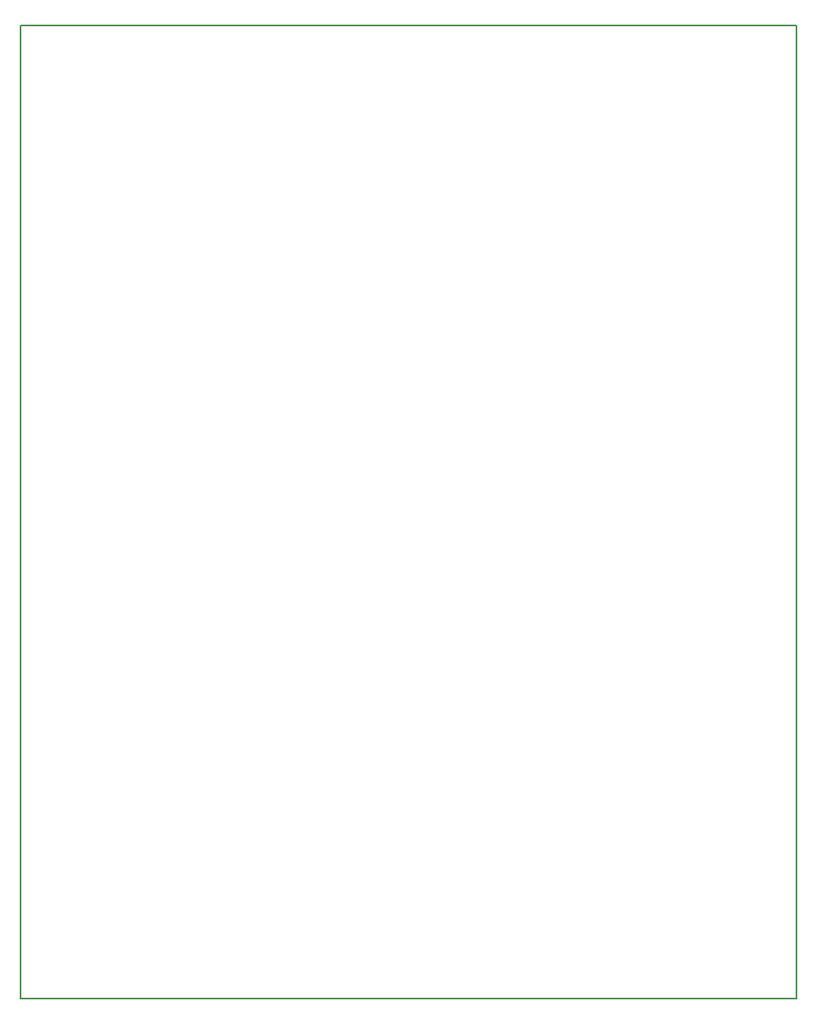
<source format=gbr>
G04 #@! TF.FileFunction,Other,User*
%FSLAX46Y46*%
G04 Gerber Fmt 4.6, Leading zero omitted, Abs format (unit mm)*
G04 Created by KiCad (PCBNEW 4.0.6-e0-6349~52~ubuntu16.10.1) date Thu Jun  8 12:23:59 2017*
%MOMM*%
%LPD*%
G01*
G04 APERTURE LIST*
%ADD10C,0.100000*%
%ADD11C,0.200000*%
G04 APERTURE END LIST*
D10*
D11*
X143510000Y-158115000D02*
X123825000Y-158115000D01*
X143510000Y-57785000D02*
X123825000Y-57785000D01*
X63500000Y-158115000D02*
X63500000Y-57785000D01*
X123825000Y-158115000D02*
X63500000Y-158115000D01*
X143510000Y-57785000D02*
X143510000Y-158115000D01*
X63500000Y-57785000D02*
X123825000Y-57785000D01*
M02*

</source>
